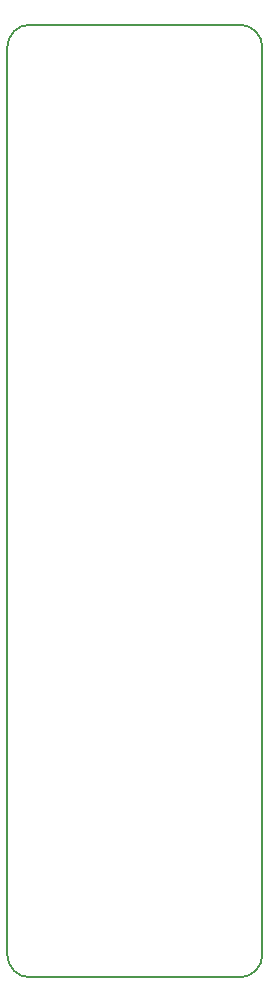
<source format=gbr>
G04 #@! TF.GenerationSoftware,KiCad,Pcbnew,(5.0.0)*
G04 #@! TF.CreationDate,2018-09-25T17:42:14-07:00*
G04 #@! TF.ProjectId,firefly,66697265666C792E6B696361645F7063,A*
G04 #@! TF.SameCoordinates,Original*
G04 #@! TF.FileFunction,Profile,NP*
%FSLAX46Y46*%
G04 Gerber Fmt 4.6, Leading zero omitted, Abs format (unit mm)*
G04 Created by KiCad (PCBNEW (5.0.0)) date 09/25/18 17:42:14*
%MOMM*%
%LPD*%
G01*
G04 APERTURE LIST*
%ADD10C,0.150000*%
G04 APERTURE END LIST*
D10*
X141986000Y-144780000D02*
G75*
G02X140081000Y-142875000I0J1905000D01*
G01*
X161671000Y-142875000D02*
G75*
G02X159766000Y-144780000I-1905000J0D01*
G01*
X159766000Y-64135000D02*
G75*
G02X161671000Y-66040000I0J-1905000D01*
G01*
X140081000Y-66040000D02*
G75*
G02X141986000Y-64135000I1905000J0D01*
G01*
X159766000Y-64135000D02*
X141986000Y-64135000D01*
X161671000Y-142875000D02*
X161671000Y-66040000D01*
X141986000Y-144780000D02*
X159766000Y-144780000D01*
X140081000Y-66040000D02*
X140081000Y-142875000D01*
M02*

</source>
